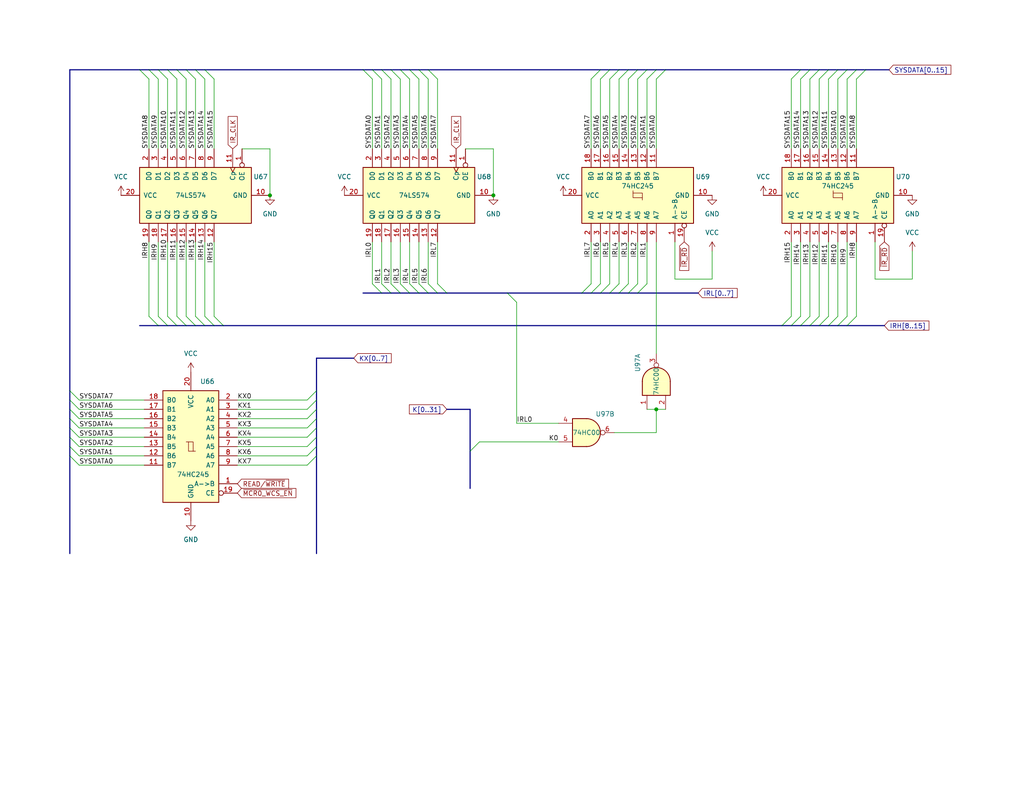
<source format=kicad_sch>
(kicad_sch (version 20230121) (generator eeschema)
  (paper "USLetter")
  (title_block (title "Microcode Tranceivers") (date "2022-07-05"))
  (lib_symbols
    (symbol "74xx:74HC00" (pin_names (offset 1.016))
      (property "Reference" "U" (at 0 1.27 0))
      (property "Value" "74HC00" (at 0 -1.27 0))
      (symbol "74HC00_1_1"
        (arc (start 0 -3.81) (mid 3.7934 0) (end 0 3.81) (stroke (width 0.254)) (fill (type background)))
        (polyline (pts (xy 0 3.81) (xy -3.81 3.81) (xy -3.81 -3.81) (xy 0 -3.81)) (stroke (width 0.254)) (fill (type background)))
        (pin input line (at -7.62 2.54 0) (length 3.81) (name "~") (number "1"))
        (pin input line (at -7.62 -2.54 0) (length 3.81) (name "~") (number "2"))
        (pin output inverted (at 7.62 0 180) (length 3.81) (name "~") (number "3"))
      )
      (symbol "74HC00_1_2"
        (arc (start -3.81 -3.81) (mid -2.589 0) (end -3.81 3.81) (stroke (width 0.254)))
        (arc (start -0.6096 -3.81) (mid 2.1855 -2.584) (end 3.81 0) (stroke (width 0.254)) (fill (type background)))
        (polyline (pts (xy -3.81 -3.81) (xy -0.635 -3.81)) (stroke (width 0.254)) (fill (type background)))
        (polyline (pts (xy -3.81 3.81) (xy -0.635 3.81)) (stroke (width 0.254)) (fill (type background)))
        (polyline (pts (xy -0.635 3.81) (xy -3.81 3.81) (xy -3.81 3.81) (xy -3.556 3.4036) (xy -3.0226 2.2606) (xy -2.6924 1.0414) (xy -2.6162 -0.254) (xy -2.7686 -1.4986) (xy -3.175 -2.7178) (xy -3.81 -3.81) (xy -3.81 -3.81) (xy -0.635 -3.81)) (stroke (width -25.4)) (fill (type background)))
        (arc (start 3.81 0) (mid 2.1928 2.5925) (end -0.6096 3.81) (stroke (width 0.254)) (fill (type background)))
        (pin input inverted (at -7.62 2.54 0) (length 4.318) (name "~") (number "1"))
        (pin input inverted (at -7.62 -2.54 0) (length 4.318) (name "~") (number "2"))
        (pin output line (at 7.62 0 180) (length 3.81) (name "~") (number "3"))
      )
      (symbol "74HC00_2_1"
        (arc (start 0 -3.81) (mid 3.7934 0) (end 0 3.81) (stroke (width 0.254)) (fill (type background)))
        (polyline (pts (xy 0 3.81) (xy -3.81 3.81) (xy -3.81 -3.81) (xy 0 -3.81)) (stroke (width 0.254)) (fill (type background)))
        (pin input line (at -7.62 2.54 0) (length 3.81) (name "~") (number "4"))
        (pin input line (at -7.62 -2.54 0) (length 3.81) (name "~") (number "5"))
        (pin output inverted (at 7.62 0 180) (length 3.81) (name "~") (number "6"))
      )
      (symbol "74HC00_2_2"
        (arc (start -3.81 -3.81) (mid -2.589 0) (end -3.81 3.81) (stroke (width 0.254)))
        (arc (start -0.6096 -3.81) (mid 2.1855 -2.584) (end 3.81 0) (stroke (width 0.254)) (fill (type background)))
        (polyline (pts (xy -3.81 -3.81) (xy -0.635 -3.81)) (stroke (width 0.254)) (fill (type background)))
        (polyline (pts (xy -3.81 3.81) (xy -0.635 3.81)) (stroke (width 0.254)) (fill (type background)))
        (polyline (pts (xy -0.635 3.81) (xy -3.81 3.81) (xy -3.81 3.81) (xy -3.556 3.4036) (xy -3.0226 2.2606) (xy -2.6924 1.0414) (xy -2.6162 -0.254) (xy -2.7686 -1.4986) (xy -3.175 -2.7178) (xy -3.81 -3.81) (xy -3.81 -3.81) (xy -0.635 -3.81)) (stroke (width -25.4)) (fill (type background)))
        (arc (start 3.81 0) (mid 2.1928 2.5925) (end -0.6096 3.81) (stroke (width 0.254)) (fill (type background)))
        (pin input inverted (at -7.62 2.54 0) (length 4.318) (name "~") (number "4"))
        (pin input inverted (at -7.62 -2.54 0) (length 4.318) (name "~") (number "5"))
        (pin output line (at 7.62 0 180) (length 3.81) (name "~") (number "6"))
      )
      (symbol "74HC00_3_1"
        (arc (start 0 -3.81) (mid 3.7934 0) (end 0 3.81) (stroke (width 0.254)) (fill (type background)))
        (polyline (pts (xy 0 3.81) (xy -3.81 3.81) (xy -3.81 -3.81) (xy 0 -3.81)) (stroke (width 0.254)) (fill (type background)))
        (pin input line (at -7.62 -2.54 0) (length 3.81) (name "~") (number "10"))
        (pin output inverted (at 7.62 0 180) (length 3.81) (name "~") (number "8"))
        (pin input line (at -7.62 2.54 0) (length 3.81) (name "~") (number "9"))
      )
      (symbol "74HC00_3_2"
        (arc (start -3.81 -3.81) (mid -2.589 0) (end -3.81 3.81) (stroke (width 0.254)))
        (arc (start -0.6096 -3.81) (mid 2.1855 -2.584) (end 3.81 0) (stroke (width 0.254)) (fill (type background)))
        (polyline (pts (xy -3.81 -3.81) (xy -0.635 -3.81)) (stroke (width 0.254)) (fill (type background)))
        (polyline (pts (xy -3.81 3.81) (xy -0.635 3.81)) (stroke (width 0.254)) (fill (type background)))
        (polyline (pts (xy -0.635 3.81) (xy -3.81 3.81) (xy -3.81 3.81) (xy -3.556 3.4036) (xy -3.0226 2.2606) (xy -2.6924 1.0414) (xy -2.6162 -0.254) (xy -2.7686 -1.4986) (xy -3.175 -2.7178) (xy -3.81 -3.81) (xy -3.81 -3.81) (xy -0.635 -3.81)) (stroke (width -25.4)) (fill (type background)))
        (arc (start 3.81 0) (mid 2.1928 2.5925) (end -0.6096 3.81) (stroke (width 0.254)) (fill (type background)))
        (pin input inverted (at -7.62 -2.54 0) (length 4.318) (name "~") (number "10"))
        (pin output line (at 7.62 0 180) (length 3.81) (name "~") (number "8"))
        (pin input inverted (at -7.62 2.54 0) (length 4.318) (name "~") (number "9"))
      )
      (symbol "74HC00_4_1"
        (arc (start 0 -3.81) (mid 3.7934 0) (end 0 3.81) (stroke (width 0.254)) (fill (type background)))
        (polyline (pts (xy 0 3.81) (xy -3.81 3.81) (xy -3.81 -3.81) (xy 0 -3.81)) (stroke (width 0.254)) (fill (type background)))
        (pin output inverted (at 7.62 0 180) (length 3.81) (name "~") (number "11"))
        (pin input line (at -7.62 2.54 0) (length 3.81) (name "~") (number "12"))
        (pin input line (at -7.62 -2.54 0) (length 3.81) (name "~") (number "13"))
      )
      (symbol "74HC00_4_2"
        (arc (start -3.81 -3.81) (mid -2.589 0) (end -3.81 3.81) (stroke (width 0.254)))
        (arc (start -0.6096 -3.81) (mid 2.1855 -2.584) (end 3.81 0) (stroke (width 0.254)) (fill (type background)))
        (polyline (pts (xy -3.81 -3.81) (xy -0.635 -3.81)) (stroke (width 0.254)) (fill (type background)))
        (polyline (pts (xy -3.81 3.81) (xy -0.635 3.81)) (stroke (width 0.254)) (fill (type background)))
        (polyline (pts (xy -0.635 3.81) (xy -3.81 3.81) (xy -3.81 3.81) (xy -3.556 3.4036) (xy -3.0226 2.2606) (xy -2.6924 1.0414) (xy -2.6162 -0.254) (xy -2.7686 -1.4986) (xy -3.175 -2.7178) (xy -3.81 -3.81) (xy -3.81 -3.81) (xy -0.635 -3.81)) (stroke (width -25.4)) (fill (type background)))
        (arc (start 3.81 0) (mid 2.1928 2.5925) (end -0.6096 3.81) (stroke (width 0.254)) (fill (type background)))
        (pin output line (at 7.62 0 180) (length 3.81) (name "~") (number "11"))
        (pin input inverted (at -7.62 2.54 0) (length 4.318) (name "~") (number "12"))
        (pin input inverted (at -7.62 -2.54 0) (length 4.318) (name "~") (number "13"))
      )
      (symbol "74HC00_5_0"
        (pin power_in line (at 0 12.7 270) (length 5.08) (name "VCC") (number "14"))
        (pin power_in line (at 0 -12.7 90) (length 5.08) (name "GND") (number "7"))
      )
      (symbol "74HC00_5_1"
        (rectangle (start -5.08 7.62) (end 5.08 -7.62) (stroke (width 0.254)) (fill (type background)))
      )
    )
    (symbol "74xx:74HC245" (pin_names (offset 1.016))
      (property "Reference" "U" (at -7.62 16.51 0))
      (property "Value" "74HC245" (at -7.62 -16.51 0))
      (symbol "74HC245_1_0"
        (polyline (pts (xy -0.635 -1.27) (xy -0.635 1.27) (xy 0.635 1.27)))
        (polyline (pts (xy -1.27 -1.27) (xy 0.635 -1.27) (xy 0.635 1.27) (xy 1.27 1.27)))
        (pin input line (at -12.7 -10.16 0) (length 5.08) (name "A->B") (number "1"))
        (pin power_in line (at 0 -20.32 90) (length 5.08) (name "GND") (number "10"))
        (pin tri_state line (at 12.7 -5.08 180) (length 5.08) (name "B7") (number "11"))
        (pin tri_state line (at 12.7 -2.54 180) (length 5.08) (name "B6") (number "12"))
        (pin tri_state line (at 12.7 0 180) (length 5.08) (name "B5") (number "13"))
        (pin tri_state line (at 12.7 2.54 180) (length 5.08) (name "B4") (number "14"))
        (pin tri_state line (at 12.7 5.08 180) (length 5.08) (name "B3") (number "15"))
        (pin tri_state line (at 12.7 7.62 180) (length 5.08) (name "B2") (number "16"))
        (pin tri_state line (at 12.7 10.16 180) (length 5.08) (name "B1") (number "17"))
        (pin tri_state line (at 12.7 12.7 180) (length 5.08) (name "B0") (number "18"))
        (pin input inverted (at -12.7 -12.7 0) (length 5.08) (name "CE") (number "19"))
        (pin tri_state line (at -12.7 12.7 0) (length 5.08) (name "A0") (number "2"))
        (pin power_in line (at 0 20.32 270) (length 5.08) (name "VCC") (number "20"))
        (pin tri_state line (at -12.7 10.16 0) (length 5.08) (name "A1") (number "3"))
        (pin tri_state line (at -12.7 7.62 0) (length 5.08) (name "A2") (number "4"))
        (pin tri_state line (at -12.7 5.08 0) (length 5.08) (name "A3") (number "5"))
        (pin tri_state line (at -12.7 2.54 0) (length 5.08) (name "A4") (number "6"))
        (pin tri_state line (at -12.7 0 0) (length 5.08) (name "A5") (number "7"))
        (pin tri_state line (at -12.7 -2.54 0) (length 5.08) (name "A6") (number "8"))
        (pin tri_state line (at -12.7 -5.08 0) (length 5.08) (name "A7") (number "9"))
      )
      (symbol "74HC245_1_1"
        (rectangle (start -7.62 15.24) (end 7.62 -15.24) (stroke (width 0.254)) (fill (type background)))
      )
    )
    (symbol "74xx:74LS574" (pin_names (offset 1.016))
      (property "Reference" "U" (at -7.62 16.51 0))
      (property "Value" "74LS574" (at -7.62 -16.51 0))
      (symbol "74LS574_1_0"
        (pin input inverted (at -12.7 -12.7 0) (length 5.08) (name "OE") (number "1"))
        (pin power_in line (at 0 -20.32 90) (length 5.08) (name "GND") (number "10"))
        (pin input clock (at -12.7 -10.16 0) (length 5.08) (name "Cp") (number "11"))
        (pin tri_state line (at 12.7 -5.08 180) (length 5.08) (name "Q7") (number "12"))
        (pin tri_state line (at 12.7 -2.54 180) (length 5.08) (name "Q6") (number "13"))
        (pin tri_state line (at 12.7 0 180) (length 5.08) (name "Q5") (number "14"))
        (pin tri_state line (at 12.7 2.54 180) (length 5.08) (name "Q4") (number "15"))
        (pin tri_state line (at 12.7 5.08 180) (length 5.08) (name "Q3") (number "16"))
        (pin tri_state line (at 12.7 7.62 180) (length 5.08) (name "Q2") (number "17"))
        (pin tri_state line (at 12.7 10.16 180) (length 5.08) (name "Q1") (number "18"))
        (pin tri_state line (at 12.7 12.7 180) (length 5.08) (name "Q0") (number "19"))
        (pin input line (at -12.7 12.7 0) (length 5.08) (name "D0") (number "2"))
        (pin power_in line (at 0 20.32 270) (length 5.08) (name "VCC") (number "20"))
        (pin input line (at -12.7 10.16 0) (length 5.08) (name "D1") (number "3"))
        (pin input line (at -12.7 7.62 0) (length 5.08) (name "D2") (number "4"))
        (pin input line (at -12.7 5.08 0) (length 5.08) (name "D3") (number "5"))
        (pin input line (at -12.7 2.54 0) (length 5.08) (name "D4") (number "6"))
        (pin input line (at -12.7 0 0) (length 5.08) (name "D5") (number "7"))
        (pin input line (at -12.7 -2.54 0) (length 5.08) (name "D6") (number "8"))
        (pin input line (at -12.7 -5.08 0) (length 5.08) (name "D7") (number "9"))
      )
      (symbol "74LS574_1_1"
        (rectangle (start -7.62 15.24) (end 7.62 -15.24) (stroke (width 0.254)) (fill (type background)))
      )
    )
    (symbol "power:GND" (power) (pin_names (offset 0))
      (property "Value" "GND" (at 0 -3.81 0))
      (symbol "GND_0_1"
        (polyline (pts (xy 0 0) (xy 0 -1.27) (xy 1.27 -1.27) (xy 0 -2.54) (xy -1.27 -1.27) (xy 0 -1.27)))
      )
      (symbol "GND_1_1"
        (pin power_in line (at 0 0 270) (length 0) hide (name "GND") (number "1"))
      )
    )
    (symbol "power:VCC" (power) (pin_names (offset 0))
      (property "Value" "VCC" (at 0 3.81 0))
      (symbol "VCC_0_1"
        (polyline (pts (xy -0.762 1.27) (xy 0 2.54)))
        (polyline (pts (xy 0 0) (xy 0 2.54)))
        (polyline (pts (xy 0 2.54) (xy 0.762 1.27)))
      )
      (symbol "VCC_1_1"
        (pin power_in line (at 0 0 90) (length 0) hide (name "VCC") (number "1"))
      )
    )
  )
  (junction (at 134.62 53.34))
  (junction (at 73.66 53.34))
  (junction (at 179.07 111.76))
  (bus_entry (at 163.83 19.05) (size -2.54 2.54))
  (bus_entry (at 86.36 114.3) (size -2.54 2.54))
  (bus_entry (at 223.52 19.05) (size -2.54 2.54))
  (bus_entry (at 55.88 88.9) (size -2.54 -2.54))
  (bus_entry (at 38.1 19.05) (size 2.54 2.54))
  (bus_entry (at 233.68 19.05) (size -2.54 2.54))
  (bus_entry (at 114.3 80.01) (size -2.54 -2.54))
  (bus_entry (at 19.05 106.68) (size 2.54 2.54))
  (bus_entry (at 128.27 123.19) (size 2.54 -2.54))
  (bus_entry (at 86.36 106.68) (size -2.54 2.54))
  (bus_entry (at 106.68 19.05) (size 2.54 2.54))
  (bus_entry (at 114.3 19.05) (size 2.54 2.54))
  (bus_entry (at 161.29 80.01) (size 2.54 -2.54))
  (bus_entry (at 86.36 124.46) (size -2.54 2.54))
  (bus_entry (at 45.72 88.9) (size -2.54 -2.54))
  (bus_entry (at 236.22 19.05) (size -2.54 2.54))
  (bus_entry (at 171.45 19.05) (size -2.54 2.54))
  (bus_entry (at 226.06 19.05) (size -2.54 2.54))
  (bus_entry (at 106.68 80.01) (size -2.54 -2.54))
  (bus_entry (at 111.76 80.01) (size -2.54 -2.54))
  (bus_entry (at 53.34 19.05) (size 2.54 2.54))
  (bus_entry (at 86.36 116.84) (size -2.54 2.54))
  (bus_entry (at 40.64 19.05) (size 2.54 2.54))
  (bus_entry (at 99.06 19.05) (size 2.54 2.54))
  (bus_entry (at 50.8 88.9) (size -2.54 -2.54))
  (bus_entry (at 168.91 80.01) (size 2.54 -2.54))
  (bus_entry (at 104.14 80.01) (size -2.54 -2.54))
  (bus_entry (at 111.76 19.05) (size 2.54 2.54))
  (bus_entry (at 104.14 19.05) (size 2.54 2.54))
  (bus_entry (at 101.6 19.05) (size 2.54 2.54))
  (bus_entry (at 58.42 88.9) (size -2.54 -2.54))
  (bus_entry (at 60.96 88.9) (size -2.54 -2.54))
  (bus_entry (at 45.72 19.05) (size 2.54 2.54))
  (bus_entry (at 168.91 19.05) (size -2.54 2.54))
  (bus_entry (at 19.05 109.22) (size 2.54 2.54))
  (bus_entry (at 19.05 111.76) (size 2.54 2.54))
  (bus_entry (at 43.18 19.05) (size 2.54 2.54))
  (bus_entry (at 226.06 88.9) (size 2.54 -2.54))
  (bus_entry (at 43.18 88.9) (size -2.54 -2.54))
  (bus_entry (at 215.9 88.9) (size 2.54 -2.54))
  (bus_entry (at 55.88 19.05) (size 2.54 2.54))
  (bus_entry (at 53.34 88.9) (size -2.54 -2.54))
  (bus_entry (at 86.36 119.38) (size -2.54 2.54))
  (bus_entry (at 109.22 19.05) (size 2.54 2.54))
  (bus_entry (at 181.61 19.05) (size -2.54 2.54))
  (bus_entry (at 138.43 80.01) (size 2.54 2.54))
  (bus_entry (at 173.99 80.01) (size 2.54 -2.54))
  (bus_entry (at 228.6 88.9) (size 2.54 -2.54))
  (bus_entry (at 179.07 19.05) (size -2.54 2.54))
  (bus_entry (at 171.45 80.01) (size 2.54 -2.54))
  (bus_entry (at 86.36 109.22) (size -2.54 2.54))
  (bus_entry (at 86.36 111.76) (size -2.54 2.54))
  (bus_entry (at 231.14 88.9) (size 2.54 -2.54))
  (bus_entry (at 48.26 88.9) (size -2.54 -2.54))
  (bus_entry (at 109.22 80.01) (size -2.54 -2.54))
  (bus_entry (at 223.52 88.9) (size 2.54 -2.54))
  (bus_entry (at 220.98 88.9) (size 2.54 -2.54))
  (bus_entry (at 119.38 80.01) (size -2.54 -2.54))
  (bus_entry (at 228.6 19.05) (size -2.54 2.54))
  (bus_entry (at 48.26 19.05) (size 2.54 2.54))
  (bus_entry (at 166.37 80.01) (size 2.54 -2.54))
  (bus_entry (at 173.99 19.05) (size -2.54 2.54))
  (bus_entry (at 213.36 88.9) (size 2.54 -2.54))
  (bus_entry (at 176.53 19.05) (size -2.54 2.54))
  (bus_entry (at 116.84 19.05) (size 2.54 2.54))
  (bus_entry (at 19.05 124.46) (size 2.54 2.54))
  (bus_entry (at 19.05 116.84) (size 2.54 2.54))
  (bus_entry (at 158.75 80.01) (size 2.54 -2.54))
  (bus_entry (at 218.44 19.05) (size -2.54 2.54))
  (bus_entry (at 19.05 114.3) (size 2.54 2.54))
  (bus_entry (at 86.36 121.92) (size -2.54 2.54))
  (bus_entry (at 116.84 80.01) (size -2.54 -2.54))
  (bus_entry (at 218.44 88.9) (size 2.54 -2.54))
  (bus_entry (at 50.8 19.05) (size 2.54 2.54))
  (bus_entry (at 231.14 19.05) (size -2.54 2.54))
  (bus_entry (at 121.92 80.01) (size -2.54 -2.54))
  (bus_entry (at 163.83 80.01) (size 2.54 -2.54))
  (bus_entry (at 19.05 121.92) (size 2.54 2.54))
  (bus_entry (at 220.98 19.05) (size -2.54 2.54))
  (bus_entry (at 166.37 19.05) (size -2.54 2.54))
  (bus_entry (at 19.05 119.38) (size 2.54 2.54))
  (bus (pts (xy 166.37 19.05) (xy 168.91 19.05)))
  (wire (pts (xy 161.29 21.59) (xy 161.29 40.64)))
  (wire (pts (xy 21.59 124.46) (xy 39.37 124.46)))
  (wire (pts (xy 226.06 21.59) (xy 226.06 40.64)))
  (bus (pts (xy 19.05 124.46) (xy 19.05 151.13)))
  (wire (pts (xy 163.83 21.59) (xy 163.83 40.64)))
  (bus (pts (xy 121.92 80.01) (xy 138.43 80.01)))
  (wire (pts (xy 231.14 21.59) (xy 231.14 40.64)))
  (bus (pts (xy 231.14 19.05) (xy 233.68 19.05)))
  (wire (pts (xy 21.59 127) (xy 39.37 127)))
  (wire (pts (xy 55.88 66.04) (xy 55.88 86.36)))
  (wire (pts (xy 168.91 77.47) (xy 168.91 66.04)))
  (wire (pts (xy 228.6 21.59) (xy 228.6 40.64)))
  (bus (pts (xy 104.14 80.01) (xy 106.68 80.01)))
  (bus (pts (xy 19.05 121.92) (xy 19.05 124.46)))
  (wire (pts (xy 233.68 21.59) (xy 233.68 40.64)))
  (wire (pts (xy 111.76 66.04) (xy 111.76 77.47)))
  (wire (pts (xy 220.98 21.59) (xy 220.98 40.64)))
  (wire (pts (xy 104.14 21.59) (xy 104.14 40.64)))
  (bus (pts (xy 48.26 19.05) (xy 50.8 19.05)))
  (wire (pts (xy 134.62 40.64) (xy 134.62 53.34)))
  (wire (pts (xy 48.26 21.59) (xy 48.26 40.64)))
  (bus (pts (xy 236.22 19.05) (xy 242.57 19.05)))
  (wire (pts (xy 140.97 82.55) (xy 140.97 115.57)))
  (wire (pts (xy 238.76 76.2) (xy 248.92 76.2)))
  (bus (pts (xy 218.44 88.9) (xy 220.98 88.9)))
  (wire (pts (xy 179.07 96.52) (xy 179.07 66.04)))
  (wire (pts (xy 184.15 66.04) (xy 184.15 76.2)))
  (bus (pts (xy 86.36 109.22) (xy 86.36 111.76)))
  (bus (pts (xy 96.52 97.79) (xy 86.36 97.79)))
  (wire (pts (xy 109.22 66.04) (xy 109.22 77.47)))
  (wire (pts (xy 179.07 118.11) (xy 179.07 111.76)))
  (wire (pts (xy 220.98 66.04) (xy 220.98 86.36)))
  (wire (pts (xy 152.4 115.57) (xy 140.97 115.57)))
  (bus (pts (xy 213.36 88.9) (xy 215.9 88.9)))
  (wire (pts (xy 58.42 86.36) (xy 58.42 66.04)))
  (bus (pts (xy 116.84 80.01) (xy 119.38 80.01)))
  (bus (pts (xy 121.92 111.76) (xy 128.27 111.76)))
  (wire (pts (xy 21.59 116.84) (xy 39.37 116.84)))
  (bus (pts (xy 19.05 19.05) (xy 19.05 106.68)))
  (wire (pts (xy 223.52 66.04) (xy 223.52 86.36)))
  (bus (pts (xy 19.05 19.05) (xy 38.1 19.05)))
  (bus (pts (xy 223.52 19.05) (xy 226.06 19.05)))
  (bus (pts (xy 38.1 88.9) (xy 43.18 88.9)))
  (wire (pts (xy 21.59 111.76) (xy 39.37 111.76)))
  (wire (pts (xy 40.64 86.36) (xy 40.64 66.04)))
  (wire (pts (xy 173.99 77.47) (xy 173.99 66.04)))
  (wire (pts (xy 173.99 21.59) (xy 173.99 40.64)))
  (bus (pts (xy 43.18 19.05) (xy 45.72 19.05)))
  (bus (pts (xy 228.6 88.9) (xy 231.14 88.9)))
  (bus (pts (xy 45.72 88.9) (xy 48.26 88.9)))
  (bus (pts (xy 226.06 19.05) (xy 228.6 19.05)))
  (bus (pts (xy 111.76 19.05) (xy 114.3 19.05)))
  (wire (pts (xy 73.66 40.64) (xy 73.66 53.34)))
  (bus (pts (xy 99.06 19.05) (xy 101.6 19.05)))
  (bus (pts (xy 168.91 19.05) (xy 171.45 19.05)))
  (wire (pts (xy 53.34 21.59) (xy 53.34 40.64)))
  (wire (pts (xy 114.3 21.59) (xy 114.3 40.64)))
  (bus (pts (xy 60.96 88.9) (xy 213.36 88.9)))
  (bus (pts (xy 19.05 116.84) (xy 19.05 119.38)))
  (wire (pts (xy 64.77 127) (xy 83.82 127)))
  (wire (pts (xy 228.6 66.04) (xy 228.6 86.36)))
  (bus (pts (xy 106.68 19.05) (xy 109.22 19.05)))
  (wire (pts (xy 64.77 119.38) (xy 83.82 119.38)))
  (bus (pts (xy 86.36 116.84) (xy 86.36 119.38)))
  (bus (pts (xy 215.9 88.9) (xy 218.44 88.9)))
  (wire (pts (xy 119.38 21.59) (xy 119.38 40.64)))
  (wire (pts (xy 218.44 21.59) (xy 218.44 40.64)))
  (wire (pts (xy 114.3 66.04) (xy 114.3 77.47)))
  (wire (pts (xy 215.9 21.59) (xy 215.9 40.64)))
  (bus (pts (xy 161.29 80.01) (xy 163.83 80.01)))
  (bus (pts (xy 226.06 88.9) (xy 228.6 88.9)))
  (wire (pts (xy 223.52 21.59) (xy 223.52 40.64)))
  (wire (pts (xy 215.9 86.36) (xy 215.9 66.04)))
  (bus (pts (xy 218.44 19.05) (xy 220.98 19.05)))
  (wire (pts (xy 111.76 21.59) (xy 111.76 40.64)))
  (bus (pts (xy 86.36 121.92) (xy 86.36 124.46)))
  (wire (pts (xy 64.77 121.92) (xy 83.82 121.92)))
  (wire (pts (xy 43.18 21.59) (xy 43.18 40.64)))
  (wire (pts (xy 58.42 21.59) (xy 58.42 40.64)))
  (bus (pts (xy 223.52 88.9) (xy 226.06 88.9)))
  (bus (pts (xy 179.07 19.05) (xy 181.61 19.05)))
  (bus (pts (xy 233.68 19.05) (xy 236.22 19.05)))
  (bus (pts (xy 55.88 19.05) (xy 99.06 19.05)))
  (bus (pts (xy 171.45 19.05) (xy 173.99 19.05)))
  (wire (pts (xy 116.84 21.59) (xy 116.84 40.64)))
  (bus (pts (xy 50.8 88.9) (xy 53.34 88.9)))
  (wire (pts (xy 101.6 21.59) (xy 101.6 40.64)))
  (bus (pts (xy 158.75 80.01) (xy 161.29 80.01)))
  (bus (pts (xy 86.36 97.79) (xy 86.36 106.68)))
  (bus (pts (xy 53.34 19.05) (xy 55.88 19.05)))
  (bus (pts (xy 176.53 19.05) (xy 179.07 19.05)))
  (wire (pts (xy 45.72 66.04) (xy 45.72 86.36)))
  (bus (pts (xy 50.8 19.05) (xy 53.34 19.05)))
  (wire (pts (xy 176.53 77.47) (xy 176.53 66.04)))
  (wire (pts (xy 166.37 77.47) (xy 166.37 66.04)))
  (wire (pts (xy 218.44 66.04) (xy 218.44 86.36)))
  (wire (pts (xy 106.68 21.59) (xy 106.68 40.64)))
  (wire (pts (xy 64.77 116.84) (xy 83.82 116.84)))
  (bus (pts (xy 43.18 88.9) (xy 45.72 88.9)))
  (bus (pts (xy 106.68 80.01) (xy 109.22 80.01)))
  (bus (pts (xy 104.14 19.05) (xy 106.68 19.05)))
  (wire (pts (xy 40.64 21.59) (xy 40.64 40.64)))
  (wire (pts (xy 184.15 76.2) (xy 194.31 76.2)))
  (bus (pts (xy 163.83 19.05) (xy 166.37 19.05)))
  (wire (pts (xy 179.07 21.59) (xy 179.07 40.64)))
  (wire (pts (xy 119.38 77.47) (xy 119.38 66.04)))
  (wire (pts (xy 64.77 109.22) (xy 83.82 109.22)))
  (bus (pts (xy 45.72 19.05) (xy 48.26 19.05)))
  (bus (pts (xy 119.38 80.01) (xy 121.92 80.01)))
  (wire (pts (xy 21.59 119.38) (xy 39.37 119.38)))
  (bus (pts (xy 19.05 111.76) (xy 19.05 114.3)))
  (wire (pts (xy 66.04 40.64) (xy 73.66 40.64)))
  (bus (pts (xy 166.37 80.01) (xy 168.91 80.01)))
  (wire (pts (xy 238.76 66.04) (xy 238.76 76.2)))
  (bus (pts (xy 19.05 114.3) (xy 19.05 116.84)))
  (wire (pts (xy 55.88 21.59) (xy 55.88 40.64)))
  (wire (pts (xy 106.68 66.04) (xy 106.68 77.47)))
  (bus (pts (xy 138.43 80.01) (xy 158.75 80.01)))
  (bus (pts (xy 114.3 19.05) (xy 116.84 19.05)))
  (bus (pts (xy 86.36 106.68) (xy 86.36 109.22)))
  (wire (pts (xy 64.77 111.76) (xy 83.82 111.76)))
  (wire (pts (xy 176.53 21.59) (xy 176.53 40.64)))
  (wire (pts (xy 231.14 66.04) (xy 231.14 86.36)))
  (bus (pts (xy 53.34 88.9) (xy 55.88 88.9)))
  (bus (pts (xy 173.99 80.01) (xy 190.5 80.01)))
  (bus (pts (xy 86.36 119.38) (xy 86.36 121.92)))
  (bus (pts (xy 128.27 111.76) (xy 128.27 123.19)))
  (wire (pts (xy 179.07 111.76) (xy 181.61 111.76)))
  (bus (pts (xy 128.27 123.19) (xy 128.27 133.35)))
  (wire (pts (xy 21.59 109.22) (xy 39.37 109.22)))
  (bus (pts (xy 181.61 19.05) (xy 218.44 19.05)))
  (wire (pts (xy 64.77 114.3) (xy 83.82 114.3)))
  (wire (pts (xy 101.6 77.47) (xy 101.6 66.04)))
  (wire (pts (xy 166.37 21.59) (xy 166.37 40.64)))
  (wire (pts (xy 104.14 66.04) (xy 104.14 77.47)))
  (wire (pts (xy 233.68 86.36) (xy 233.68 66.04)))
  (bus (pts (xy 220.98 88.9) (xy 223.52 88.9)))
  (bus (pts (xy 109.22 19.05) (xy 111.76 19.05)))
  (wire (pts (xy 161.29 77.47) (xy 161.29 66.04)))
  (bus (pts (xy 101.6 19.05) (xy 104.14 19.05)))
  (wire (pts (xy 171.45 77.47) (xy 171.45 66.04)))
  (wire (pts (xy 176.53 111.76) (xy 179.07 111.76)))
  (bus (pts (xy 19.05 119.38) (xy 19.05 121.92)))
  (bus (pts (xy 86.36 114.3) (xy 86.36 116.84)))
  (bus (pts (xy 163.83 80.01) (xy 166.37 80.01)))
  (bus (pts (xy 114.3 80.01) (xy 116.84 80.01)))
  (bus (pts (xy 48.26 88.9) (xy 50.8 88.9)))
  (bus (pts (xy 171.45 80.01) (xy 173.99 80.01)))
  (wire (pts (xy 194.31 68.58) (xy 194.31 76.2)))
  (bus (pts (xy 231.14 88.9) (xy 241.3 88.9)))
  (bus (pts (xy 19.05 106.68) (xy 19.05 109.22)))
  (wire (pts (xy 168.91 21.59) (xy 168.91 40.64)))
  (wire (pts (xy 45.72 21.59) (xy 45.72 40.64)))
  (wire (pts (xy 248.92 68.58) (xy 248.92 76.2)))
  (bus (pts (xy 168.91 80.01) (xy 171.45 80.01)))
  (wire (pts (xy 64.77 124.46) (xy 83.82 124.46)))
  (wire (pts (xy 50.8 66.04) (xy 50.8 86.36)))
  (wire (pts (xy 109.22 21.59) (xy 109.22 40.64)))
  (wire (pts (xy 167.64 118.11) (xy 179.07 118.11)))
  (wire (pts (xy 21.59 114.3) (xy 39.37 114.3)))
  (bus (pts (xy 228.6 19.05) (xy 231.14 19.05)))
  (wire (pts (xy 163.83 77.47) (xy 163.83 66.04)))
  (wire (pts (xy 226.06 66.04) (xy 226.06 86.36)))
  (bus (pts (xy 19.05 109.22) (xy 19.05 111.76)))
  (bus (pts (xy 86.36 124.46) (xy 86.36 151.13)))
  (wire (pts (xy 171.45 21.59) (xy 171.45 40.64)))
  (bus (pts (xy 86.36 111.76) (xy 86.36 114.3)))
  (wire (pts (xy 116.84 66.04) (xy 116.84 77.47)))
  (wire (pts (xy 50.8 21.59) (xy 50.8 40.64)))
  (wire (pts (xy 43.18 66.04) (xy 43.18 86.36)))
  (wire (pts (xy 53.34 66.04) (xy 53.34 86.36)))
  (wire (pts (xy 130.81 120.65) (xy 152.4 120.65)))
  (wire (pts (xy 21.59 121.92) (xy 39.37 121.92)))
  (wire (pts (xy 127 40.64) (xy 134.62 40.64)))
  (bus (pts (xy 109.22 80.01) (xy 111.76 80.01)))
  (bus (pts (xy 55.88 88.9) (xy 58.42 88.9)))
  (bus (pts (xy 220.98 19.05) (xy 223.52 19.05)))
  (bus (pts (xy 58.42 88.9) (xy 60.96 88.9)))
  (bus (pts (xy 173.99 19.05) (xy 176.53 19.05)))
  (wire (pts (xy 48.26 66.04) (xy 48.26 86.36)))
  (bus (pts (xy 99.06 80.01) (xy 104.14 80.01)))
  (bus (pts (xy 38.1 19.05) (xy 40.64 19.05)))
  (bus (pts (xy 116.84 19.05) (xy 163.83 19.05)))
  (bus (pts (xy 40.64 19.05) (xy 43.18 19.05)))
  (bus (pts (xy 111.76 80.01) (xy 114.3 80.01)))
  (label "IRH11" (at 226.06 72.39 90))
  (label "IRL3" (at 171.45 66.04 270))
  (label "IRH12" (at 50.8 71.12 90))
  (label "SYSDATA8" (at 233.68 40.64 90))
  (label "IRH13" (at 220.98 72.39 90))
  (label "SYSDATA14" (at 218.44 40.64 90))
  (label "KX7" (at 64.77 127 0))
  (label "K0" (at 152.4 120.65 180))
  (label "KX4" (at 64.77 119.38 0))
  (label "SYSDATA7" (at 161.29 40.64 90))
  (label "IRL7" (at 161.29 66.04 270))
  (label "IRL6" (at 116.84 77.47 90))
  (label "SYSDATA10" (at 45.72 40.64 90))
  (label "IRH9" (at 231.14 72.39 90))
  (label "IRL2" (at 106.68 77.47 90))
  (label "SYSDATA0" (at 21.59 127 0))
  (label "IRH10" (at 45.72 71.12 90))
  (label "SYSDATA5" (at 114.3 40.64 90))
  (label "IRL0" (at 101.6 66.04 270))
  (label "IRL7" (at 119.38 66.04 270))
  (label "SYSDATA6" (at 163.83 40.64 90))
  (label "SYSDATA4" (at 168.91 40.64 90))
  (label "SYSDATA1" (at 176.53 40.64 90))
  (label "SYSDATA6" (at 21.59 111.76 0))
  (label "IRH9" (at 43.18 71.12 90))
  (label "SYSDATA5" (at 21.59 114.3 0))
  (label "SYSDATA9" (at 231.14 40.64 90))
  (label "IRH15" (at 215.9 66.04 270))
  (label "IRL1" (at 104.14 77.47 90))
  (label "KX0" (at 64.77 109.22 0))
  (label "KX6" (at 64.77 124.46 0))
  (label "IRL5" (at 114.3 77.47 90))
  (label "KX3" (at 64.77 116.84 0))
  (label "IRL2" (at 173.99 66.04 270))
  (label "SYSDATA15" (at 215.9 40.64 90))
  (label "IRH12" (at 223.52 72.39 90))
  (label "SYSDATA2" (at 173.99 40.64 90))
  (label "SYSDATA1" (at 21.59 124.46 0))
  (label "SYSDATA11" (at 48.26 40.64 90))
  (label "SYSDATA2" (at 21.59 121.92 0))
  (label "IRH13" (at 53.34 71.12 90))
  (label "IRH8" (at 40.64 66.04 270))
  (label "IRL5" (at 166.37 66.04 270))
  (label "SYSDATA0" (at 101.6 40.64 90))
  (label "IRL1" (at 176.53 66.04 270))
  (label "IRH14" (at 55.88 71.12 90))
  (label "SYSDATA7" (at 119.38 40.64 90))
  (label "IRH11" (at 48.26 71.12 90))
  (label "SYSDATA10" (at 228.6 40.64 90))
  (label "SYSDATA12" (at 50.8 40.64 90))
  (label "IRL0" (at 140.97 115.57 0))
  (label "SYSDATA15" (at 58.42 40.64 90))
  (label "SYSDATA8" (at 40.64 40.64 90))
  (label "SYSDATA6" (at 116.84 40.64 90))
  (label "IRH14" (at 218.44 72.39 90))
  (label "KX5" (at 64.77 121.92 0))
  (label "IRL3" (at 109.22 77.47 90))
  (label "SYSDATA12" (at 223.52 40.64 90))
  (label "IRH10" (at 228.6 72.39 90))
  (label "SYSDATA2" (at 106.68 40.64 90))
  (label "KX2" (at 64.77 114.3 0))
  (label "SYSDATA11" (at 226.06 40.64 90))
  (label "SYSDATA7" (at 21.59 109.22 0))
  (label "IRL6" (at 163.83 66.04 270))
  (label "SYSDATA3" (at 109.22 40.64 90))
  (label "SYSDATA14" (at 55.88 40.64 90))
  (label "IRL4" (at 111.76 77.47 90))
  (label "IRH8" (at 233.68 66.04 270))
  (label "SYSDATA4" (at 21.59 116.84 0))
  (label "SYSDATA13" (at 220.98 40.64 90))
  (label "SYSDATA13" (at 53.34 40.64 90))
  (label "SYSDATA4" (at 111.76 40.64 90))
  (label "SYSDATA3" (at 21.59 119.38 0))
  (label "SYSDATA3" (at 171.45 40.64 90))
  (label "SYSDATA9" (at 43.18 40.64 90))
  (label "SYSDATA1" (at 104.14 40.64 90))
  (label "SYSDATA5" (at 166.37 40.64 90))
  (label "SYSDATA0" (at 179.07 40.64 90))
  (label "IRH15" (at 58.42 66.04 270))
  (label "KX1" (at 64.77 111.76 0))
  (label "IRL4" (at 168.91 66.04 270))
  (global_label "~{MCR0_WCS_EN}" (shape input) (at 64.77 134.62 0) (property "Intersheetrefs" "${INTERSHEET_REFS}" (effects hide)))
  (global_label "READ{slash}~{WRITE}" (shape input) (at 64.77 132.08 0) (property "Intersheetrefs" "${INTERSHEET_REFS}" (effects hide)))
  (global_label "SYSDATA[0..15]" (shape input) (at 242.57 19.05 0) (property "Intersheetrefs" "${INTERSHEET_REFS}" (effects hide)))
  (global_label "IRH[8..15]" (shape input) (at 241.3 88.9 0) (property "Intersheetrefs" "${INTERSHEET_REFS}" (effects hide)))
  (global_label "IR_CLK" (shape input) (at 124.46 40.64 90) (property "Intersheetrefs" "${INTERSHEET_REFS}" (effects hide)))
  (global_label "K[0..31]" (shape input) (at 121.92 111.76 180) (property "Intersheetrefs" "${INTERSHEET_REFS}" (effects hide)))
  (global_label "IR_CLK" (shape input) (at 63.5 40.64 90) (property "Intersheetrefs" "${INTERSHEET_REFS}" (effects hide)))
  (global_label "KX[0..7]" (shape input) (at 96.52 97.79 0) (property "Intersheetrefs" "${INTERSHEET_REFS}" (effects hide)))
  (global_label "~{IR_RD}" (shape input) (at 241.3 66.04 270) (property "Intersheetrefs" "${INTERSHEET_REFS}" (effects hide)))
  (global_label "IRL[0..7]" (shape input) (at 190.5 80.01 0) (property "Intersheetrefs" "${INTERSHEET_REFS}" (effects hide)))
  (global_label "~{IR_RD}" (shape input) (at 186.69 66.04 270) (property "Intersheetrefs" "${INTERSHEET_REFS}" (effects hide)))
  (symbol (lib_id "74xx:74LS574") (at 114.3 53.34 90) (mirror x) (unit 1)
    (property "Reference" "U68" (at 132.08 48.26 90))
    (property "Value" "74LS574" (at 113.03 53.34 90))
    (property "Datasheet" "http://www.ti.com/lit/gpn/sn74LS574" (effects hide))
  )
  (symbol (lib_id "74xx:74HC00") (at 160.02 118.11 0) (unit 2)
    (property "Reference" "U97" (at 165.1 113.03 0))
    (property "Value" "74HC00" (at 160.02 118.11 0))
    (property "Datasheet" "http://www.ti.com/lit/gpn/sn74hc00" (effects hide))
  )
  (symbol (lib_id "power:VCC") (at 33.02 53.34 0) (unit 1)
    (property "Reference" "#PWR0126" (effects hide))
    (property "Value" "VCC" (at 33.02 48.26 0))
  )
  (symbol (lib_id "power:GND") (at 52.07 142.24 0) (unit 1)
    (property "Reference" "#PWR0128" (effects hide))
    (property "Value" "GND" (at 52.07 147.32 0))
  )
  (symbol (lib_id "power:VCC") (at 194.31 68.58 0) (unit 1)
    (property "Reference" "#PWR0134" (effects hide))
    (property "Value" "VCC" (at 194.31 63.5 0))
  )
  (symbol (lib_id "74xx:74HC245") (at 173.99 53.34 90) (unit 1)
    (property "Reference" "U69" (at 191.77 48.26 90))
    (property "Value" "74HC245" (at 173.99 50.8 90))
    (property "Datasheet" "http://www.ti.com/lit/gpn/sn74HC245" (effects hide))
  )
  (symbol (lib_id "74xx:74HC00") (at 179.07 104.14 90) (unit 1)
    (property "Reference" "U97" (at 173.99 99.06 0))
    (property "Value" "74HC00" (at 179.07 104.14 0))
    (property "Datasheet" "http://www.ti.com/lit/gpn/sn74hc00" (effects hide))
  )
  (symbol (lib_id "74xx:74LS574") (at 53.34 53.34 90) (mirror x) (unit 1)
    (property "Reference" "U67" (at 71.12 48.26 90))
    (property "Value" "74LS574" (at 52.07 53.34 90))
    (property "Datasheet" "http://www.ti.com/lit/gpn/sn74LS574" (effects hide))
  )
  (symbol (lib_id "74xx:74HC245") (at 52.07 121.92 0) (mirror y) (unit 1)
    (property "Reference" "U66" (at 54.61 104.14 0) (effects (justify right)))
    (property "Value" "74HC245" (at 48.26 129.54 0) (effects (justify right)))
    (property "Datasheet" "http://www.ti.com/lit/gpn/sn74HC245" (effects hide))
  )
  (symbol (lib_id "74xx:74HC245") (at 228.6 53.34 90) (unit 1)
    (property "Reference" "U70" (at 246.38 48.26 90))
    (property "Value" "74HC245" (at 228.6 50.8 90))
    (property "Datasheet" "http://www.ti.com/lit/gpn/sn74HC245" (effects hide))
  )
  (symbol (lib_id "power:VCC") (at 208.28 53.34 0) (unit 1)
    (property "Reference" "#PWR0135" (effects hide))
    (property "Value" "VCC" (at 208.28 48.26 0))
  )
  (symbol (lib_id "power:GND") (at 248.92 53.34 0) (unit 1)
    (property "Reference" "#PWR0136" (effects hide))
    (property "Value" "GND" (at 248.92 58.42 0))
  )
  (symbol (lib_id "power:VCC") (at 248.92 68.58 0) (unit 1)
    (property "Reference" "#PWR0137" (effects hide))
    (property "Value" "VCC" (at 248.92 63.5 0))
  )
  (symbol (lib_id "power:VCC") (at 93.98 53.34 0) (unit 1)
    (property "Reference" "#PWR0130" (effects hide))
    (property "Value" "VCC" (at 93.98 48.26 0))
  )
  (symbol (lib_id "power:VCC") (at 153.67 53.34 0) (unit 1)
    (property "Reference" "#PWR0132" (effects hide))
    (property "Value" "VCC" (at 153.67 48.26 0))
  )
  (symbol (lib_id "power:VCC") (at 52.07 101.6 0) (unit 1)
    (property "Reference" "#PWR0127" (effects hide))
    (property "Value" "VCC" (at 52.07 96.52 0))
  )
  (symbol (lib_id "power:GND") (at 194.31 53.34 0) (unit 1)
    (property "Reference" "#PWR0133" (effects hide))
    (property "Value" "GND" (at 194.31 58.42 0))
  )
  (symbol (lib_id "power:GND") (at 73.66 53.34 0) (unit 1)
    (property "Reference" "#PWR0129" (effects hide))
    (property "Value" "GND" (at 73.66 58.42 0))
  )
  (symbol (lib_id "power:GND") (at 134.62 53.34 0) (unit 1)
    (property "Reference" "#PWR0131" (effects hide))
    (property "Value" "GND" (at 134.62 58.42 0))
  )
)
</source>
